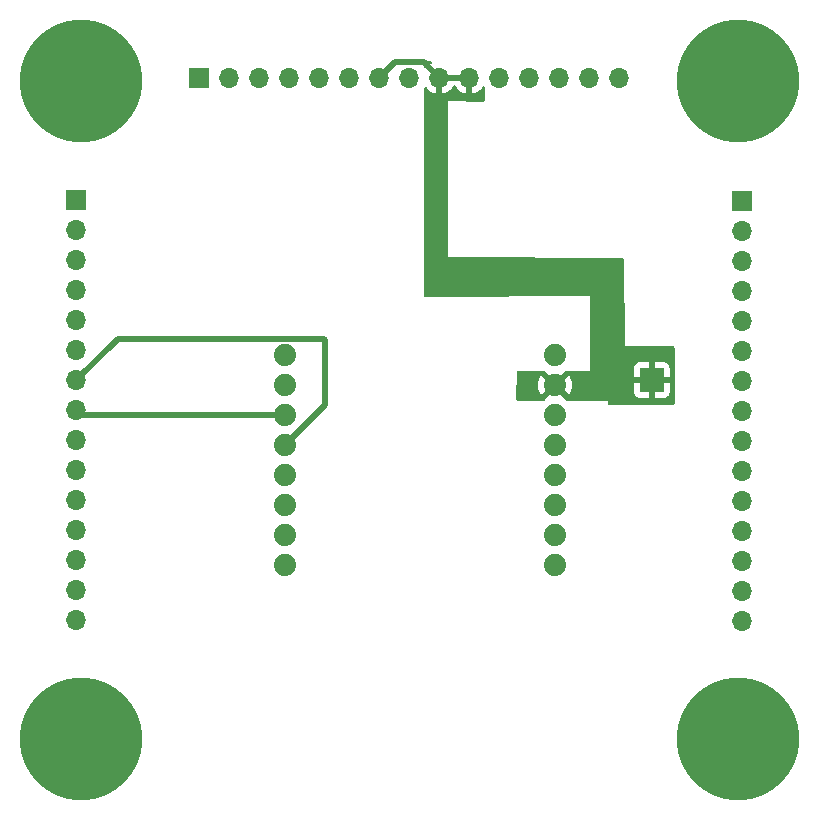
<source format=gbr>
%TF.GenerationSoftware,KiCad,Pcbnew,7.0.7*%
%TF.CreationDate,2024-04-01T01:35:54+05:30*%
%TF.ProjectId,GPS_Stack,4750535f-5374-4616-936b-2e6b69636164,rev?*%
%TF.SameCoordinates,Original*%
%TF.FileFunction,Copper,L1,Top*%
%TF.FilePolarity,Positive*%
%FSLAX46Y46*%
G04 Gerber Fmt 4.6, Leading zero omitted, Abs format (unit mm)*
G04 Created by KiCad (PCBNEW 7.0.7) date 2024-04-01 01:35:54*
%MOMM*%
%LPD*%
G01*
G04 APERTURE LIST*
%TA.AperFunction,SMDPad,CuDef*%
%ADD10R,2.000000X2.000000*%
%TD*%
%TA.AperFunction,ComponentPad*%
%ADD11C,1.879600*%
%TD*%
%TA.AperFunction,ComponentPad*%
%ADD12R,1.700000X1.700000*%
%TD*%
%TA.AperFunction,ComponentPad*%
%ADD13O,1.700000X1.700000*%
%TD*%
%TA.AperFunction,ComponentPad*%
%ADD14C,10.400000*%
%TD*%
%TA.AperFunction,Conductor*%
%ADD15C,0.500000*%
%TD*%
%TA.AperFunction,Conductor*%
%ADD16C,0.250000*%
%TD*%
G04 APERTURE END LIST*
D10*
%TO.P,TP1,1,1*%
%TO.N,3.3V*%
X133705600Y-86690200D03*
%TD*%
D11*
%TO.P,U1,1,GND*%
%TO.N,GND*%
X125526800Y-84582000D03*
%TO.P,U1,2,+3V3*%
%TO.N,3.3V*%
X125526800Y-87122000D03*
%TO.P,U1,3,NC*%
%TO.N,unconnected-(U1-NC-Pad3)*%
X125526800Y-89662000D03*
%TO.P,U1,4,NC*%
%TO.N,unconnected-(U1-NC-Pad4)*%
X125526800Y-92202000D03*
%TO.P,U1,5,NC*%
%TO.N,unconnected-(U1-NC-Pad5)*%
X125526800Y-94742000D03*
%TO.P,U1,6,NC*%
%TO.N,unconnected-(U1-NC-Pad6)*%
X125526800Y-97282000D03*
%TO.P,U1,7,~{RST}*%
%TO.N,unconnected-(U1-~{RST}-Pad7)*%
X125526800Y-99822000D03*
%TO.P,U1,8,NC*%
%TO.N,unconnected-(U1-NC-Pad8)*%
X125526800Y-102362000D03*
%TO.P,U1,9,GND*%
%TO.N,GND*%
X102666800Y-84582000D03*
%TO.P,U1,10,NC*%
%TO.N,unconnected-(U1-NC-Pad10)*%
X102666800Y-87122000D03*
%TO.P,U1,11,SDA*%
%TO.N,I2C1_SDA*%
X102666800Y-89662000D03*
%TO.P,U1,12,SCL*%
%TO.N,I2C1_SCL*%
X102666800Y-92202000D03*
%TO.P,U1,13,RX*%
%TO.N,unconnected-(U1-RX-Pad13)*%
X102666800Y-94742000D03*
%TO.P,U1,14,TX*%
%TO.N,unconnected-(U1-TX-Pad14)*%
X102666800Y-97282000D03*
%TO.P,U1,15,PPS*%
%TO.N,unconnected-(U1-PPS-Pad15)*%
X102666800Y-99822000D03*
%TO.P,U1,16,EXI*%
%TO.N,unconnected-(U1-EXI-Pad16)*%
X102666800Y-102362000D03*
%TD*%
D12*
%TO.P,U2,1*%
%TO.N,unconnected-(U2-Pad1)*%
X141370000Y-71509000D03*
D13*
%TO.P,U2,2*%
%TO.N,unconnected-(U2-Pad2)*%
X141370000Y-74049000D03*
%TO.P,U2,3*%
%TO.N,unconnected-(U2-Pad3)*%
X141370000Y-76589000D03*
%TO.P,U2,4*%
%TO.N,unconnected-(U2-Pad4)*%
X141370000Y-79129000D03*
%TO.P,U2,5*%
%TO.N,unconnected-(U2-Pad5)*%
X141370000Y-81669000D03*
%TO.P,U2,6*%
%TO.N,unconnected-(U2-Pad6)*%
X141370000Y-84209000D03*
%TO.P,U2,7*%
%TO.N,unconnected-(U2-Pad7)*%
X141370000Y-86749000D03*
%TO.P,U2,8*%
%TO.N,unconnected-(U2-Pad8)*%
X141370000Y-89289000D03*
%TO.P,U2,9*%
%TO.N,unconnected-(U2-Pad9)*%
X141370000Y-91829000D03*
%TO.P,U2,10*%
%TO.N,unconnected-(U2-Pad10)*%
X141370000Y-94369000D03*
%TO.P,U2,11*%
%TO.N,unconnected-(U2-Pad11)*%
X141370000Y-96909000D03*
%TO.P,U2,12*%
%TO.N,unconnected-(U2-Pad12)*%
X141370000Y-99449000D03*
%TO.P,U2,13*%
%TO.N,unconnected-(U2-Pad13)*%
X141370000Y-101989000D03*
%TO.P,U2,14*%
%TO.N,unconnected-(U2-Pad14)*%
X141370000Y-104529000D03*
%TO.P,U2,15*%
%TO.N,unconnected-(U2-Pad15)*%
X141370000Y-107069000D03*
%TO.P,U2,16*%
%TO.N,unconnected-(U2-Pad16)*%
X84970000Y-107039000D03*
%TO.P,U2,17*%
%TO.N,unconnected-(U2-Pad17)*%
X84970000Y-104499000D03*
%TO.P,U2,18*%
%TO.N,unconnected-(U2-Pad18)*%
X84970000Y-101959000D03*
%TO.P,U2,19*%
%TO.N,unconnected-(U2-Pad19)*%
X84970000Y-99419000D03*
%TO.P,U2,20*%
%TO.N,unconnected-(U2-Pad20)*%
X84970000Y-96879000D03*
%TO.P,U2,21*%
%TO.N,unconnected-(U2-Pad21)*%
X84970000Y-94339000D03*
%TO.P,U2,22*%
%TO.N,unconnected-(U2-Pad22)*%
X84970000Y-91799000D03*
%TO.P,U2,23*%
%TO.N,I2C1_SDA*%
X84970000Y-89259000D03*
%TO.P,U2,24*%
%TO.N,I2C1_SCL*%
X84970000Y-86719000D03*
%TO.P,U2,25*%
%TO.N,unconnected-(U2-Pad25)*%
X84970000Y-84179000D03*
%TO.P,U2,26*%
%TO.N,unconnected-(U2-Pad26)*%
X84970000Y-81639000D03*
%TO.P,U2,27*%
%TO.N,unconnected-(U2-Pad27)*%
X84970000Y-79099000D03*
%TO.P,U2,28*%
%TO.N,unconnected-(U2-Pad28)*%
X84970000Y-76559000D03*
%TO.P,U2,29*%
%TO.N,unconnected-(U2-Pad29)*%
X84970000Y-74019000D03*
D12*
%TO.P,U2,30*%
%TO.N,unconnected-(U2-Pad30)*%
X84970000Y-71479000D03*
%TO.P,U2,31*%
%TO.N,unconnected-(U2-Pad31)*%
X95395000Y-61094000D03*
D13*
%TO.P,U2,32*%
%TO.N,unconnected-(U2-Pad32)*%
X97935000Y-61094000D03*
%TO.P,U2,33*%
%TO.N,unconnected-(U2-Pad33)*%
X100475000Y-61094000D03*
%TO.P,U2,34*%
%TO.N,unconnected-(U2-Pad34)*%
X103015000Y-61094000D03*
%TO.P,U2,35*%
%TO.N,unconnected-(U2-Pad35)*%
X105555000Y-61094000D03*
%TO.P,U2,36*%
%TO.N,unconnected-(U2-Pad36)*%
X108095000Y-61094000D03*
%TO.P,U2,37*%
%TO.N,3.3V*%
X110635000Y-61094000D03*
%TO.P,U2,38*%
%TO.N,unconnected-(U2-Pad38)*%
X113175000Y-61094000D03*
%TO.P,U2,39*%
%TO.N,3.3V*%
X115715000Y-61094000D03*
%TO.P,U2,40*%
X118255000Y-61094000D03*
%TO.P,U2,41*%
%TO.N,unconnected-(U2-Pad41)*%
X120795000Y-61094000D03*
%TO.P,U2,42*%
%TO.N,unconnected-(U2-Pad42)*%
X123335000Y-61094000D03*
%TO.P,U2,43*%
%TO.N,unconnected-(U2-Pad43)*%
X125875000Y-61094000D03*
%TO.P,U2,44*%
%TO.N,unconnected-(U2-Pad44)*%
X128415000Y-61094000D03*
%TO.P,U2,45*%
%TO.N,unconnected-(U2-Pad45)*%
X130955000Y-61094000D03*
D14*
%TO.P,U2,49,1*%
%TO.N,GND*%
X140970000Y-117094000D03*
%TO.P,U2,50,1*%
X85370000Y-117094000D03*
%TO.P,U2,51,1*%
X85370000Y-61394000D03*
%TO.P,U2,52,1*%
X140970000Y-61409000D03*
%TD*%
D15*
%TO.N,3.3V*%
X115715000Y-61094000D02*
X114415000Y-59794000D01*
X111935000Y-59794000D02*
X110635000Y-61094000D01*
X114415000Y-59794000D02*
X111935000Y-59794000D01*
%TO.N,I2C1_SDA*%
X102666800Y-89662000D02*
X85373000Y-89662000D01*
D16*
X102263800Y-89259000D02*
X102666800Y-89662000D01*
X85373000Y-89662000D02*
X84970000Y-89259000D01*
D15*
%TO.N,I2C1_SCL*%
X88496800Y-83192200D02*
X84970000Y-86719000D01*
X106019600Y-88849200D02*
X106019600Y-83337400D01*
X102666800Y-92202000D02*
X106019600Y-88849200D01*
X106019600Y-83337400D02*
X105874400Y-83192200D01*
X105874400Y-83192200D02*
X88496800Y-83192200D01*
%TD*%
%TA.AperFunction,Conductor*%
%TO.N,3.3V*%
G36*
X135579039Y-83839685D02*
G01*
X135624794Y-83892489D01*
X135636000Y-83944000D01*
X135636000Y-88649000D01*
X135616315Y-88716039D01*
X135563511Y-88761794D01*
X135512000Y-88773000D01*
X130095800Y-88773000D01*
X130028761Y-88753315D01*
X129983006Y-88700511D01*
X129971800Y-88649000D01*
X129971800Y-88442800D01*
X129971800Y-86940200D01*
X132205600Y-86940200D01*
X132205600Y-87738044D01*
X132212001Y-87797572D01*
X132212003Y-87797579D01*
X132262245Y-87932286D01*
X132262249Y-87932293D01*
X132348409Y-88047387D01*
X132348412Y-88047390D01*
X132463506Y-88133550D01*
X132463513Y-88133554D01*
X132598220Y-88183796D01*
X132598227Y-88183798D01*
X132657755Y-88190199D01*
X132657772Y-88190200D01*
X133455600Y-88190200D01*
X133455600Y-86940200D01*
X133955600Y-86940200D01*
X133955600Y-88190200D01*
X134753428Y-88190200D01*
X134753444Y-88190199D01*
X134812972Y-88183798D01*
X134812979Y-88183796D01*
X134947686Y-88133554D01*
X134947693Y-88133550D01*
X135062787Y-88047390D01*
X135062790Y-88047387D01*
X135148950Y-87932293D01*
X135148954Y-87932286D01*
X135199196Y-87797579D01*
X135199198Y-87797572D01*
X135205599Y-87738044D01*
X135205600Y-87738027D01*
X135205600Y-86940200D01*
X133955600Y-86940200D01*
X133455600Y-86940200D01*
X132205600Y-86940200D01*
X129971800Y-86940200D01*
X129971800Y-86440200D01*
X132205600Y-86440200D01*
X133455600Y-86440200D01*
X133455600Y-85190200D01*
X133955600Y-85190200D01*
X133955600Y-86440200D01*
X135205600Y-86440200D01*
X135205600Y-85642372D01*
X135205599Y-85642355D01*
X135199198Y-85582827D01*
X135199196Y-85582820D01*
X135148954Y-85448113D01*
X135148950Y-85448106D01*
X135062790Y-85333012D01*
X135062787Y-85333009D01*
X134947693Y-85246849D01*
X134947686Y-85246845D01*
X134812979Y-85196603D01*
X134812972Y-85196601D01*
X134753444Y-85190200D01*
X133955600Y-85190200D01*
X133455600Y-85190200D01*
X132657755Y-85190200D01*
X132598227Y-85196601D01*
X132598220Y-85196603D01*
X132463513Y-85246845D01*
X132463506Y-85246849D01*
X132348412Y-85333009D01*
X132348409Y-85333012D01*
X132262249Y-85448106D01*
X132262245Y-85448113D01*
X132212003Y-85582820D01*
X132212001Y-85582827D01*
X132205600Y-85642355D01*
X132205600Y-86440200D01*
X129971800Y-86440200D01*
X129971800Y-83820000D01*
X131431389Y-83820000D01*
X135512000Y-83820000D01*
X135579039Y-83839685D01*
G37*
%TD.AperFunction*%
%TD*%
%TA.AperFunction,Conductor*%
%TO.N,3.3V*%
G36*
X124676830Y-85922485D02*
G01*
X124697472Y-85939119D01*
X125174303Y-86415950D01*
X125207788Y-86477273D01*
X125202804Y-86546965D01*
X125160932Y-86602898D01*
X125159508Y-86603948D01*
X125088661Y-86655421D01*
X125088656Y-86655427D01*
X125002582Y-86759471D01*
X124944682Y-86798578D01*
X124874830Y-86800174D01*
X124819358Y-86768111D01*
X124346857Y-86295609D01*
X124256192Y-86434382D01*
X124160345Y-86652895D01*
X124101769Y-86884203D01*
X124101767Y-86884211D01*
X124082065Y-87121993D01*
X124082065Y-87122006D01*
X124101767Y-87359788D01*
X124101769Y-87359796D01*
X124160345Y-87591104D01*
X124256191Y-87809614D01*
X124346857Y-87948389D01*
X124819999Y-87475246D01*
X124881322Y-87441761D01*
X124951013Y-87446745D01*
X125006947Y-87488616D01*
X125012376Y-87496483D01*
X125033637Y-87529984D01*
X125150586Y-87639806D01*
X125155891Y-87643660D01*
X125198559Y-87698988D01*
X125204540Y-87768602D01*
X125171936Y-87830398D01*
X125170690Y-87831661D01*
X124699640Y-88302710D01*
X124700162Y-88311117D01*
X124684669Y-88379247D01*
X124634801Y-88428186D01*
X124576400Y-88442800D01*
X122351305Y-88442800D01*
X122284266Y-88423115D01*
X122238511Y-88370311D01*
X122227330Y-88316320D01*
X122273170Y-86024320D01*
X122294191Y-85957688D01*
X122347899Y-85912998D01*
X122397145Y-85902800D01*
X124609791Y-85902800D01*
X124676830Y-85922485D01*
G37*
%TD.AperFunction*%
%TA.AperFunction,Conductor*%
G36*
X118432512Y-61593507D02*
G01*
X118485315Y-61639262D01*
X118505000Y-61706301D01*
X118505000Y-62424633D01*
X118718483Y-62367433D01*
X118718492Y-62367429D01*
X118932578Y-62267600D01*
X119126082Y-62132105D01*
X119293105Y-61965082D01*
X119357625Y-61872940D01*
X119412202Y-61829315D01*
X119481701Y-61822123D01*
X119544056Y-61853645D01*
X119579469Y-61913875D01*
X119583200Y-61944064D01*
X119583200Y-62993995D01*
X119563515Y-63061034D01*
X119510711Y-63106789D01*
X119458200Y-63117991D01*
X116433600Y-63093599D01*
X116433599Y-63093600D01*
X116484399Y-76250799D01*
X116484400Y-76250800D01*
X131247104Y-76401953D01*
X131313935Y-76422323D01*
X131359147Y-76475593D01*
X131369827Y-76524901D01*
X131431389Y-83820000D01*
X129971800Y-83820000D01*
X129971800Y-88442800D01*
X126477199Y-88442800D01*
X126410160Y-88423115D01*
X126364405Y-88370311D01*
X126353437Y-88311119D01*
X126353958Y-88302711D01*
X125879296Y-87828049D01*
X125845811Y-87766726D01*
X125850795Y-87697034D01*
X125892667Y-87641101D01*
X125894092Y-87640050D01*
X125964939Y-87588576D01*
X125964938Y-87588576D01*
X125964942Y-87588574D01*
X126051017Y-87484526D01*
X126108916Y-87445421D01*
X126178768Y-87443825D01*
X126234241Y-87475888D01*
X126706741Y-87948389D01*
X126797404Y-87809621D01*
X126797409Y-87809613D01*
X126893254Y-87591104D01*
X126951830Y-87359796D01*
X126951832Y-87359788D01*
X126971534Y-87122006D01*
X126971534Y-87121993D01*
X126951832Y-86884211D01*
X126951830Y-86884203D01*
X126893254Y-86652895D01*
X126797406Y-86434380D01*
X126706741Y-86295609D01*
X126233599Y-86768752D01*
X126172276Y-86802237D01*
X126102584Y-86797253D01*
X126046651Y-86755381D01*
X126041222Y-86747514D01*
X126019963Y-86714016D01*
X125903016Y-86604196D01*
X125903013Y-86604193D01*
X125903010Y-86604191D01*
X125903006Y-86604189D01*
X125897703Y-86600336D01*
X125855038Y-86545006D01*
X125849059Y-86475393D01*
X125881665Y-86413598D01*
X125882908Y-86412337D01*
X126356128Y-85939119D01*
X126417451Y-85905634D01*
X126443809Y-85902800D01*
X128473200Y-85902800D01*
X128473200Y-85902799D01*
X128473200Y-79603600D01*
X128473198Y-79603600D01*
X114551447Y-79653949D01*
X114484337Y-79634507D01*
X114438392Y-79581869D01*
X114427000Y-79529954D01*
X114427000Y-62001469D01*
X114446684Y-61934434D01*
X114499488Y-61888679D01*
X114568646Y-61878735D01*
X114632202Y-61907760D01*
X114652574Y-61930350D01*
X114676892Y-61965080D01*
X114843917Y-62132105D01*
X115037421Y-62267600D01*
X115251507Y-62367429D01*
X115251516Y-62367433D01*
X115465000Y-62424634D01*
X115465000Y-61706301D01*
X115484685Y-61639262D01*
X115537489Y-61593507D01*
X115606647Y-61583563D01*
X115679237Y-61594000D01*
X115679238Y-61594000D01*
X115750762Y-61594000D01*
X115750763Y-61594000D01*
X115823353Y-61583563D01*
X115892512Y-61593507D01*
X115945315Y-61639262D01*
X115965000Y-61706301D01*
X115965000Y-62424633D01*
X116178483Y-62367433D01*
X116178492Y-62367429D01*
X116392578Y-62267600D01*
X116586082Y-62132105D01*
X116753105Y-61965082D01*
X116883425Y-61778968D01*
X116938002Y-61735344D01*
X117007501Y-61728151D01*
X117069855Y-61759673D01*
X117086575Y-61778968D01*
X117216894Y-61965082D01*
X117383917Y-62132105D01*
X117577421Y-62267600D01*
X117791507Y-62367429D01*
X117791516Y-62367433D01*
X118005000Y-62424634D01*
X118005000Y-61706301D01*
X118024685Y-61639262D01*
X118077489Y-61593507D01*
X118146647Y-61583563D01*
X118219237Y-61594000D01*
X118219238Y-61594000D01*
X118290762Y-61594000D01*
X118290763Y-61594000D01*
X118363353Y-61583563D01*
X118432512Y-61593507D01*
G37*
%TD.AperFunction*%
%TA.AperFunction,Conductor*%
G36*
X117708692Y-60863685D02*
G01*
X117754447Y-60916489D01*
X117764391Y-60985647D01*
X117760631Y-61002933D01*
X117755000Y-61022111D01*
X117755000Y-61165888D01*
X117760631Y-61185067D01*
X117760630Y-61254936D01*
X117722855Y-61313714D01*
X117659299Y-61342738D01*
X117641653Y-61344000D01*
X116328347Y-61344000D01*
X116261308Y-61324315D01*
X116215553Y-61271511D01*
X116205609Y-61202353D01*
X116209369Y-61185067D01*
X116215000Y-61165888D01*
X116215000Y-61022111D01*
X116209369Y-61002933D01*
X116209370Y-60933064D01*
X116247145Y-60874286D01*
X116310701Y-60845262D01*
X116328347Y-60844000D01*
X117641653Y-60844000D01*
X117708692Y-60863685D01*
G37*
%TD.AperFunction*%
%TA.AperFunction,Conductor*%
G36*
X115044939Y-59706640D02*
G01*
X115090953Y-59759217D01*
X115101237Y-59828326D01*
X115072526Y-59892024D01*
X115040428Y-59918663D01*
X115037427Y-59920395D01*
X114843926Y-60055886D01*
X114843920Y-60055891D01*
X114676887Y-60222924D01*
X114652573Y-60257649D01*
X114597995Y-60301273D01*
X114528497Y-60308465D01*
X114466142Y-60276942D01*
X114430730Y-60216711D01*
X114427000Y-60186532D01*
X114427000Y-59842400D01*
X114427000Y-59813390D01*
X114446685Y-59746351D01*
X114499489Y-59700596D01*
X114550388Y-59689392D01*
X114977805Y-59687286D01*
X115044939Y-59706640D01*
G37*
%TD.AperFunction*%
%TD*%
M02*

</source>
